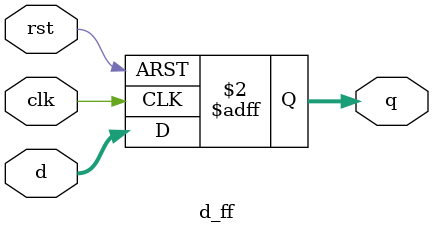
<source format=v>
    module d_ff (
      input clk,
      input rst,
      input [4:0] d,
      output reg [4:0] q
    );
    
      always @(posedge clk or posedge rst) begin
        if (rst) begin
          q <= 0; // Reset condition
        end else begin
          q <= d; // Normal operation
        end
      end
    
    endmodule

</source>
